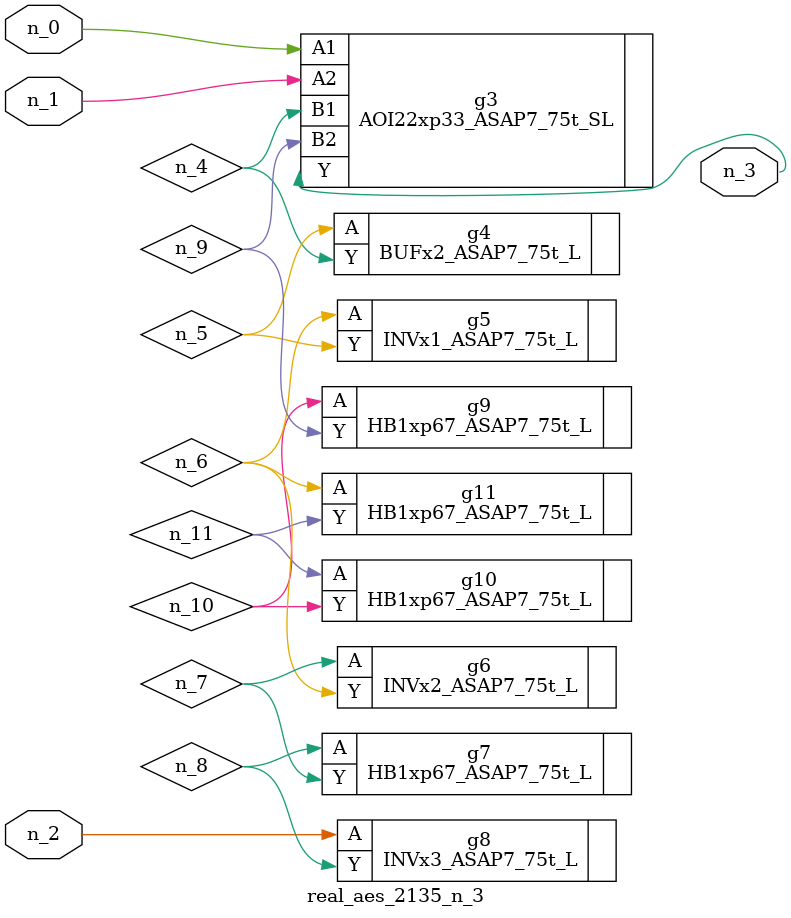
<source format=v>
module real_aes_2135_n_3 (n_0, n_2, n_1, n_3);
input n_0;
input n_2;
input n_1;
output n_3;
wire n_4;
wire n_5;
wire n_7;
wire n_9;
wire n_6;
wire n_8;
wire n_10;
wire n_11;
AOI22xp33_ASAP7_75t_SL g3 ( .A1(n_0), .A2(n_1), .B1(n_4), .B2(n_9), .Y(n_3) );
INVx3_ASAP7_75t_L g8 ( .A(n_2), .Y(n_8) );
BUFx2_ASAP7_75t_L g4 ( .A(n_5), .Y(n_4) );
INVx1_ASAP7_75t_L g5 ( .A(n_6), .Y(n_5) );
HB1xp67_ASAP7_75t_L g11 ( .A(n_6), .Y(n_11) );
INVx2_ASAP7_75t_L g6 ( .A(n_7), .Y(n_6) );
HB1xp67_ASAP7_75t_L g7 ( .A(n_8), .Y(n_7) );
HB1xp67_ASAP7_75t_L g9 ( .A(n_10), .Y(n_9) );
HB1xp67_ASAP7_75t_L g10 ( .A(n_11), .Y(n_10) );
endmodule
</source>
